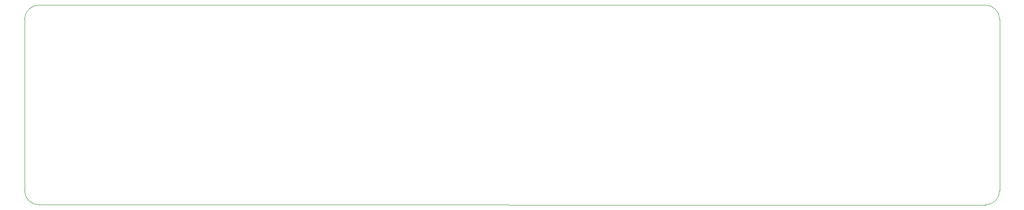
<source format=gbr>
%TF.GenerationSoftware,KiCad,Pcbnew,(5.1.8-0-10_14)*%
%TF.CreationDate,2021-01-08T14:50:06+01:00*%
%TF.ProjectId,PoundingSystem,506f756e-6469-46e6-9753-797374656d2e,rev?*%
%TF.SameCoordinates,Original*%
%TF.FileFunction,Profile,NP*%
%FSLAX46Y46*%
G04 Gerber Fmt 4.6, Leading zero omitted, Abs format (unit mm)*
G04 Created by KiCad (PCBNEW (5.1.8-0-10_14)) date 2021-01-08 14:50:06*
%MOMM*%
%LPD*%
G01*
G04 APERTURE LIST*
%TA.AperFunction,Profile*%
%ADD10C,0.050000*%
%TD*%
G04 APERTURE END LIST*
D10*
X36300000Y-111650000D02*
G75*
G02*
X33600000Y-108950000I0J2700000D01*
G01*
X33600000Y-76600000D02*
G75*
G02*
X36300000Y-73900000I2700000J0D01*
G01*
X215050000Y-73900000D02*
G75*
G02*
X217750000Y-76600000I0J-2700000D01*
G01*
X217750000Y-108975000D02*
G75*
G02*
X215050000Y-111675000I-2700000J0D01*
G01*
X215050000Y-111675000D02*
X36300000Y-111650000D01*
X217750000Y-76600000D02*
X217750000Y-108975000D01*
X36300000Y-73900000D02*
X215050000Y-73900000D01*
X33600000Y-108950000D02*
X33600000Y-76600000D01*
M02*

</source>
